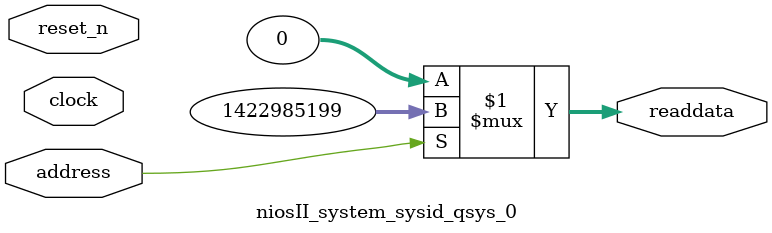
<source format=v>

`timescale 1ns / 1ps
// synthesis translate_on

// turn off superfluous verilog processor warnings 
// altera message_level Level1 
// altera message_off 10034 10035 10036 10037 10230 10240 10030 

module niosII_system_sysid_qsys_0 (
               // inputs:
                address,
                clock,
                reset_n,

               // outputs:
                readdata
             )
;

  output  [ 31: 0] readdata;
  input            address;
  input            clock;
  input            reset_n;

  wire    [ 31: 0] readdata;
  //control_slave, which is an e_avalon_slave
  assign readdata = address ? 1422985199 : 0;

endmodule




</source>
